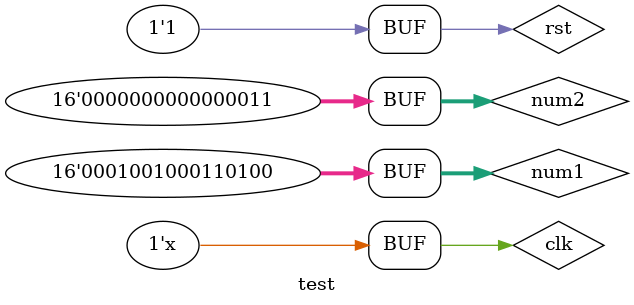
<source format=v>
`timescale 1ns / 1ps

module test();

    reg clk;
    reg rst;
    reg [15:0] num1;
    reg [15:0] num2;

    wire[31:0] result;

    initial begin
        clk = 0;
        rst = 0;
        num1 = 0;
        num2 = 0;

        num1 = 16'h1234;
        num2 = 16'h0003;
        #30 rst = 1;
    end

    always #5 clk = ~clk;

    multiplier multiplier_inst(
        .clk(clk),
        .rst(rst),
        .num1(num1),
        .num2(num2),
        .result(result)
        );

endmodule

</source>
